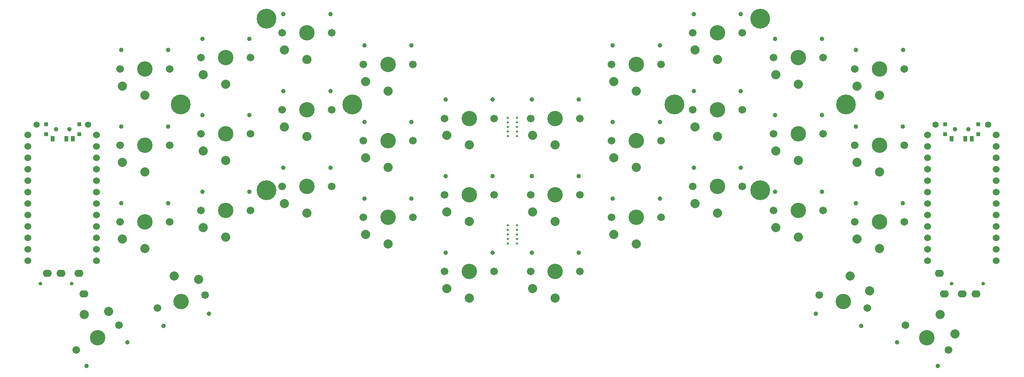
<source format=gbr>
%TF.GenerationSoftware,KiCad,Pcbnew,(6.0.0-0)*%
%TF.CreationDate,2022-02-08T15:13:43+01:00*%
%TF.ProjectId,sweepv2.1,73776565-7076-4322-9e31-2e6b69636164,rev?*%
%TF.SameCoordinates,Original*%
%TF.FileFunction,Soldermask,Bot*%
%TF.FilePolarity,Negative*%
%FSLAX46Y46*%
G04 Gerber Fmt 4.6, Leading zero omitted, Abs format (unit mm)*
G04 Created by KiCad (PCBNEW (6.0.0-0)) date 2022-02-08 15:13:43*
%MOMM*%
%LPD*%
G01*
G04 APERTURE LIST*
%ADD10C,3.429000*%
%ADD11C,1.701800*%
%ADD12C,0.990600*%
%ADD13C,2.032000*%
%ADD14C,1.524000*%
%ADD15C,0.800000*%
%ADD16O,2.000000X1.600000*%
%ADD17C,0.500000*%
%ADD18C,4.400000*%
%ADD19C,1.397000*%
%ADD20C,1.000000*%
%ADD21R,0.900000X0.900000*%
%ADD22R,0.900000X1.250000*%
G04 APERTURE END LIST*
D10*
%TO.C,SW15*%
X157856000Y-71374000D03*
D11*
X152356000Y-71374000D03*
D12*
X163076000Y-67174000D03*
X152636000Y-67174000D03*
D11*
X163356000Y-71374000D03*
D13*
X157856000Y-77274000D03*
X152856000Y-75174000D03*
%TD*%
D11*
%TO.C,SW21_r1*%
X51465408Y-91505505D03*
D12*
X62907173Y-92787853D03*
D10*
X56778000Y-90082000D03*
D12*
X52822907Y-95489924D03*
D11*
X62090592Y-88658495D03*
D13*
X55250968Y-84383038D03*
X60624117Y-85117387D03*
%TD*%
D14*
%TO.C,U1*%
X237789400Y-53086000D03*
X237789400Y-55626000D03*
X237789400Y-58166000D03*
X237789400Y-60706000D03*
X237789400Y-63246000D03*
X237789400Y-65786000D03*
X237789400Y-68326000D03*
X237789400Y-70866000D03*
X237789400Y-73406000D03*
X237789400Y-75946000D03*
X237789400Y-78486000D03*
X237789400Y-81026000D03*
X222569400Y-81026000D03*
X222569400Y-78486000D03*
X222569400Y-75946000D03*
X222569400Y-73406000D03*
X222569400Y-70866000D03*
X222569400Y-68326000D03*
X222569400Y-65786000D03*
X222569400Y-63246000D03*
X222569400Y-60706000D03*
X222569400Y-58166000D03*
X222569400Y-55626000D03*
X222569400Y-53086000D03*
%TD*%
D15*
%TO.C,J2*%
X227874000Y-86052000D03*
X234874000Y-86052000D03*
D16*
X230274000Y-88352000D03*
X233274000Y-88352000D03*
X225174000Y-83752000D03*
X226274000Y-88352000D03*
%TD*%
D11*
%TO.C,SW16*%
X181356000Y-64516000D03*
D12*
X181076000Y-60316000D03*
D10*
X175856000Y-64516000D03*
D12*
X170636000Y-60316000D03*
D11*
X170356000Y-64516000D03*
D13*
X175856000Y-70416000D03*
X170856000Y-68316000D03*
%TD*%
D10*
%TO.C,SW20*%
X222386000Y-98082000D03*
D12*
X224806653Y-104329307D03*
D11*
X227149140Y-100832000D03*
X217622860Y-95332000D03*
D12*
X215765347Y-99109307D03*
D13*
X225336000Y-92972450D03*
X228616127Y-97291103D03*
%TD*%
D12*
%TO.C,SW21*%
X207781093Y-95489924D03*
D11*
X198513408Y-88658495D03*
X209138592Y-91505505D03*
D10*
X203826000Y-90082000D03*
D12*
X197696827Y-92787853D03*
D13*
X205353032Y-84383038D03*
X209639142Y-87705577D03*
%TD*%
D11*
%TO.C,SW17*%
X199356000Y-69850000D03*
D12*
X199076000Y-65650000D03*
D10*
X193856000Y-69850000D03*
D11*
X188356000Y-69850000D03*
D12*
X188636000Y-65650000D03*
D13*
X193856000Y-75750000D03*
X188856000Y-73650000D03*
%TD*%
D10*
%TO.C,SW18*%
X211836000Y-72390000D03*
D11*
X206336000Y-72390000D03*
X217336000Y-72390000D03*
D12*
X217056000Y-68190000D03*
X206616000Y-68190000D03*
D13*
X211836000Y-78290000D03*
X206836000Y-76190000D03*
%TD*%
D12*
%TO.C,SW4*%
X170636000Y-26182000D03*
D11*
X170356000Y-30382000D03*
X181356000Y-30382000D03*
D10*
X175856000Y-30382000D03*
D12*
X181076000Y-26182000D03*
D13*
X175856000Y-36282000D03*
X170856000Y-34182000D03*
%TD*%
D11*
%TO.C,SW3*%
X152356000Y-37382000D03*
X163356000Y-37382000D03*
D12*
X163076000Y-33182000D03*
D10*
X157856000Y-37382000D03*
D12*
X152636000Y-33182000D03*
D13*
X157856000Y-43282000D03*
X152856000Y-41182000D03*
%TD*%
D11*
%TO.C,SW9*%
X163356000Y-54356000D03*
D10*
X157856000Y-54356000D03*
D12*
X152636000Y-50156000D03*
X163076000Y-50156000D03*
D11*
X152356000Y-54356000D03*
D13*
X157856000Y-60256000D03*
X152856000Y-58156000D03*
%TD*%
D12*
%TO.C,SW14*%
X134636000Y-79182000D03*
D11*
X145356000Y-83382000D03*
X134356000Y-83382000D03*
D10*
X139856000Y-83382000D03*
D12*
X145076000Y-79182000D03*
D13*
X139856000Y-89282000D03*
X134856000Y-87182000D03*
%TD*%
D11*
%TO.C,SW12*%
X206336000Y-55372000D03*
D12*
X206616000Y-51172000D03*
X217056000Y-51172000D03*
D11*
X217336000Y-55372000D03*
D10*
X211836000Y-55372000D03*
D13*
X211836000Y-61272000D03*
X206836000Y-59172000D03*
%TD*%
D11*
%TO.C,SW11*%
X188356000Y-52832000D03*
X199356000Y-52832000D03*
D12*
X188636000Y-48632000D03*
D10*
X193856000Y-52832000D03*
D12*
X199076000Y-48632000D03*
D13*
X193856000Y-58732000D03*
X188856000Y-56632000D03*
%TD*%
D11*
%TO.C,SW8*%
X134356000Y-66382000D03*
D10*
X139856000Y-66382000D03*
D11*
X145356000Y-66382000D03*
D12*
X145076000Y-62182000D03*
X134636000Y-62182000D03*
D13*
X139856000Y-72282000D03*
X134856000Y-70182000D03*
%TD*%
D10*
%TO.C,SW6*%
X211856000Y-38382000D03*
D12*
X206636000Y-34182000D03*
X217076000Y-34182000D03*
D11*
X206356000Y-38382000D03*
X217356000Y-38382000D03*
D13*
X211856000Y-44282000D03*
X206856000Y-42182000D03*
%TD*%
D11*
%TO.C,SW5*%
X199356000Y-35882000D03*
D10*
X193856000Y-35882000D03*
D12*
X199076000Y-31682000D03*
X188636000Y-31682000D03*
D11*
X188356000Y-35882000D03*
D13*
X193856000Y-41782000D03*
X188856000Y-39682000D03*
%TD*%
D11*
%TO.C,SW2*%
X145356000Y-49382000D03*
D10*
X139856000Y-49382000D03*
D11*
X134356000Y-49382000D03*
D12*
X134636000Y-45182000D03*
X145076000Y-45182000D03*
D13*
X139856000Y-55282000D03*
X134856000Y-53182000D03*
%TD*%
D17*
%TO.C,mouse-bite-2mm-slot*%
X131318000Y-51308000D03*
X131318000Y-53340000D03*
X129286000Y-53340000D03*
X129286000Y-52324000D03*
X129286000Y-51308000D03*
X131318000Y-49276000D03*
X131318000Y-52324000D03*
X129286000Y-50292000D03*
X129286000Y-49276000D03*
X131318000Y-50292000D03*
%TD*%
%TO.C,mouse-bite-2mm-slot*%
X131318000Y-76200000D03*
X131318000Y-73152000D03*
X129286000Y-73152000D03*
X129286000Y-74168000D03*
X129286000Y-75184000D03*
X131318000Y-74168000D03*
X129286000Y-76200000D03*
X129286000Y-77216000D03*
X131318000Y-75184000D03*
X131318000Y-77216000D03*
%TD*%
D10*
%TO.C,SW10*%
X175856000Y-47498000D03*
D11*
X170356000Y-47498000D03*
X181356000Y-47498000D03*
D12*
X181076000Y-43298000D03*
X170636000Y-43298000D03*
D13*
X175856000Y-53398000D03*
X170856000Y-51298000D03*
%TD*%
D18*
%TO.C,REF\u002A\u002A*%
X166306000Y-46282000D03*
X204406000Y-46282000D03*
X185356000Y-65332000D03*
X185356000Y-27232000D03*
%TD*%
D19*
%TO.C,Bat+r1*%
X235966000Y-50800000D03*
%TD*%
%TO.C,BatGND1*%
X224282000Y-50800000D03*
%TD*%
D14*
%TO.C,U2*%
X37937400Y-53086000D03*
X37937400Y-55626000D03*
X37937400Y-58166000D03*
X37937400Y-60706000D03*
X37937400Y-63246000D03*
X37937400Y-65786000D03*
X37937400Y-68326000D03*
X37937400Y-70866000D03*
X37937400Y-73406000D03*
X37937400Y-75946000D03*
X37937400Y-78486000D03*
X37937400Y-81026000D03*
X22717400Y-81026000D03*
X22717400Y-78486000D03*
X22717400Y-75946000D03*
X22717400Y-73406000D03*
X22717400Y-70866000D03*
X22717400Y-68326000D03*
X22717400Y-65786000D03*
X22717400Y-63246000D03*
X22717400Y-60706000D03*
X22717400Y-58166000D03*
X22717400Y-55626000D03*
X22717400Y-53086000D03*
%TD*%
D15*
%TO.C,J1*%
X25476000Y-86052000D03*
X32476000Y-86052000D03*
D16*
X30076000Y-83752000D03*
X27076000Y-83752000D03*
X35176000Y-88352000D03*
X34076000Y-83752000D03*
%TD*%
D10*
%TO.C,SW17_r1*%
X48686000Y-72390000D03*
D12*
X43466000Y-68190000D03*
D11*
X43186000Y-72390000D03*
X54186000Y-72390000D03*
D12*
X53906000Y-68190000D03*
D13*
X48686000Y-78290000D03*
X43686000Y-76190000D03*
%TD*%
D12*
%TO.C,SW11_r1*%
X71920000Y-48632000D03*
X61480000Y-48632000D03*
D11*
X61200000Y-52832000D03*
D10*
X66700000Y-52832000D03*
D11*
X72200000Y-52832000D03*
D13*
X66700000Y-58732000D03*
X61700000Y-56632000D03*
%TD*%
D12*
%TO.C,SW15_r1*%
X89908000Y-60316000D03*
D11*
X79188000Y-64516000D03*
X90188000Y-64516000D03*
D10*
X84688000Y-64516000D03*
D12*
X79468000Y-60316000D03*
D13*
X84688000Y-70416000D03*
X79688000Y-68316000D03*
%TD*%
D12*
%TO.C,SW18_r1*%
X107934000Y-67174000D03*
D10*
X102714000Y-71374000D03*
D11*
X97214000Y-71374000D03*
X108214000Y-71374000D03*
D12*
X97494000Y-67174000D03*
D13*
X102714000Y-77274000D03*
X97714000Y-75174000D03*
%TD*%
D11*
%TO.C,SW6_r1*%
X54186000Y-38382000D03*
D12*
X43466000Y-34182000D03*
X53906000Y-34182000D03*
D11*
X43186000Y-38382000D03*
D10*
X48686000Y-38382000D03*
D13*
X48686000Y-44282000D03*
X43686000Y-42182000D03*
%TD*%
D12*
%TO.C,SW5_r1*%
X61480000Y-31682000D03*
D11*
X61200000Y-35882000D03*
D10*
X66700000Y-35882000D03*
D12*
X71920000Y-31682000D03*
D11*
X72200000Y-35882000D03*
D13*
X66700000Y-41782000D03*
X61700000Y-39682000D03*
%TD*%
D11*
%TO.C,SW2_r1*%
X115232000Y-49382000D03*
D12*
X115512000Y-45182000D03*
X125952000Y-45182000D03*
D10*
X120732000Y-49382000D03*
D11*
X126232000Y-49382000D03*
D13*
X120732000Y-55282000D03*
X115732000Y-53182000D03*
%TD*%
D11*
%TO.C,SW16_r1*%
X61200000Y-69850000D03*
X72200000Y-69850000D03*
D12*
X61480000Y-65650000D03*
D10*
X66700000Y-69850000D03*
D12*
X71920000Y-65650000D03*
D13*
X66700000Y-75750000D03*
X61700000Y-73650000D03*
%TD*%
D11*
%TO.C,SW4_r1*%
X90188000Y-30382000D03*
X79188000Y-30382000D03*
D10*
X84688000Y-30382000D03*
D12*
X89908000Y-26182000D03*
X79468000Y-26182000D03*
D13*
X84688000Y-36282000D03*
X79688000Y-34182000D03*
%TD*%
D12*
%TO.C,SW13_r1*%
X125952000Y-79182000D03*
D10*
X120732000Y-83382000D03*
D12*
X115512000Y-79182000D03*
D11*
X115232000Y-83382000D03*
X126232000Y-83382000D03*
D13*
X120732000Y-89282000D03*
X115732000Y-87182000D03*
%TD*%
D12*
%TO.C,SW12_r1*%
X53906000Y-51172000D03*
D11*
X54186000Y-55372000D03*
D12*
X43466000Y-51172000D03*
D11*
X43186000Y-55372000D03*
D10*
X48686000Y-55372000D03*
D13*
X48686000Y-61272000D03*
X43686000Y-59172000D03*
%TD*%
D12*
%TO.C,SW3_r1*%
X107934000Y-33182000D03*
D10*
X102714000Y-37382000D03*
D12*
X97494000Y-33182000D03*
D11*
X97214000Y-37382000D03*
X108214000Y-37382000D03*
D13*
X102714000Y-43282000D03*
X97714000Y-41182000D03*
%TD*%
D10*
%TO.C,SW8_r1*%
X102714000Y-54356000D03*
D11*
X108214000Y-54356000D03*
D12*
X107934000Y-50156000D03*
X97494000Y-50156000D03*
D11*
X97214000Y-54356000D03*
D13*
X102714000Y-60256000D03*
X97714000Y-58156000D03*
%TD*%
D10*
%TO.C,SW9_r1*%
X84688000Y-47498000D03*
D12*
X79468000Y-43298000D03*
D11*
X79188000Y-47498000D03*
X90188000Y-47498000D03*
D12*
X89908000Y-43298000D03*
D13*
X84688000Y-53398000D03*
X79688000Y-51298000D03*
%TD*%
D11*
%TO.C,SW20_r1*%
X33454860Y-100832000D03*
X42981140Y-95332000D03*
D12*
X44838653Y-99109307D03*
X35797347Y-104329307D03*
D10*
X38218000Y-98082000D03*
D13*
X35268000Y-92972450D03*
X40648127Y-92291103D03*
%TD*%
D12*
%TO.C,SW7_r1*%
X115512000Y-62182000D03*
X125952000Y-62182000D03*
D11*
X126232000Y-66382000D03*
D10*
X120732000Y-66382000D03*
D11*
X115232000Y-66382000D03*
D13*
X120732000Y-72282000D03*
X115732000Y-70182000D03*
%TD*%
D18*
%TO.C,REF\u002A\u002A*%
X94742000Y-46282000D03*
X75692000Y-65332000D03*
X56642000Y-46282000D03*
X75692000Y-27232000D03*
%TD*%
D19*
%TO.C,BatGND4*%
X36068000Y-50800000D03*
%TD*%
%TO.C,Bat+1*%
X24638000Y-50800000D03*
%TD*%
D20*
%TO.C,SW_POWERR1*%
X228624000Y-51816000D03*
X231624000Y-51816000D03*
D21*
X226424000Y-50716000D03*
X226424000Y-52916000D03*
X233824000Y-52916000D03*
X233824000Y-50716000D03*
D22*
X227874000Y-53891000D03*
X230874000Y-53891000D03*
X232374000Y-53891000D03*
%TD*%
D20*
%TO.C,SW_POWER1*%
X31980000Y-51816000D03*
X28980000Y-51816000D03*
D21*
X26780000Y-52916000D03*
X34180000Y-50716000D03*
X34180000Y-52916000D03*
X26780000Y-50716000D03*
D22*
X28230000Y-53891000D03*
X31230000Y-53891000D03*
X32730000Y-53891000D03*
%TD*%
M02*

</source>
